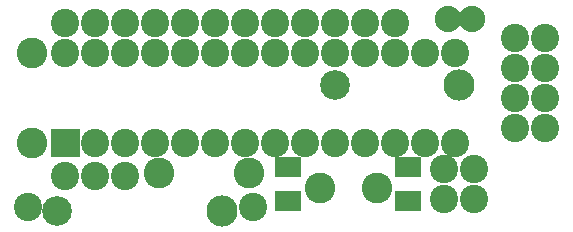
<source format=gbr>
%FSLAX34Y34*%
%MOMM*%
%LNSOLDERMASK_BOTTOM*%
G71*
G01*
%ADD10C, 2.40*%
%ADD11C, 2.40*%
%ADD12C, 2.51*%
%ADD13C, 2.64*%
%ADD14C, 2.60*%
%ADD15C, 2.24*%
%ADD16R, 2.20X1.80*%
%LPD*%
G36*
X41975Y-121350D02*
X65975Y-121350D01*
X65975Y-145350D01*
X41975Y-145350D01*
X41975Y-121350D01*
G37*
X79375Y-133350D02*
G54D10*
D03*
X104775Y-133350D02*
G54D10*
D03*
X130175Y-133350D02*
G54D10*
D03*
X155575Y-133350D02*
G54D10*
D03*
X180975Y-133350D02*
G54D10*
D03*
X206375Y-133350D02*
G54D10*
D03*
X231775Y-133350D02*
G54D10*
D03*
X257175Y-133350D02*
G54D10*
D03*
X282575Y-133350D02*
G54D10*
D03*
X307975Y-133350D02*
G54D10*
D03*
X333375Y-133350D02*
G54D10*
D03*
X358775Y-133350D02*
G54D10*
D03*
X384175Y-133350D02*
G54D10*
D03*
X384175Y-57150D02*
G54D10*
D03*
X358775Y-57150D02*
G54D10*
D03*
X333375Y-57150D02*
G54D10*
D03*
X307975Y-57150D02*
G54D10*
D03*
X282575Y-57150D02*
G54D10*
D03*
X257175Y-57150D02*
G54D10*
D03*
X231775Y-57150D02*
G54D10*
D03*
X206375Y-57150D02*
G54D10*
D03*
X180975Y-57150D02*
G54D10*
D03*
X155575Y-57150D02*
G54D10*
D03*
X130175Y-57150D02*
G54D10*
D03*
X104775Y-57150D02*
G54D10*
D03*
X79375Y-57150D02*
G54D10*
D03*
X53975Y-57150D02*
G54D10*
D03*
X434975Y-120650D02*
G54D11*
D03*
X434975Y-95250D02*
G54D11*
D03*
X434975Y-69850D02*
G54D11*
D03*
X434975Y-44450D02*
G54D11*
D03*
X460375Y-120650D02*
G54D11*
D03*
X460375Y-95250D02*
G54D11*
D03*
X460375Y-69850D02*
G54D11*
D03*
X460375Y-44450D02*
G54D11*
D03*
X333375Y-31750D02*
G54D11*
D03*
X307975Y-31750D02*
G54D11*
D03*
X282417Y-31792D02*
G54D11*
D03*
X257175Y-31750D02*
G54D11*
D03*
X231775Y-31750D02*
G54D11*
D03*
X282248Y-84664D02*
G54D12*
D03*
X387023Y-84664D02*
G54D13*
D03*
X269875Y-171450D02*
G54D14*
D03*
X318275Y-171450D02*
G54D14*
D03*
X104775Y-31750D02*
G54D11*
D03*
X79375Y-31750D02*
G54D11*
D03*
X53817Y-31792D02*
G54D11*
D03*
X155575Y-31750D02*
G54D11*
D03*
X130175Y-31750D02*
G54D11*
D03*
X104617Y-31792D02*
G54D11*
D03*
X231775Y-31750D02*
G54D11*
D03*
X206375Y-31750D02*
G54D11*
D03*
X212725Y-187325D02*
G54D11*
D03*
X104775Y-161131D02*
G54D11*
D03*
X79375Y-161131D02*
G54D11*
D03*
X25400Y-133350D02*
G54D14*
D03*
X25400Y-57150D02*
G54D14*
D03*
X133350Y-158750D02*
G54D14*
D03*
X209550Y-158750D02*
G54D14*
D03*
X397925Y-28575D02*
G54D15*
D03*
X377825Y-28575D02*
G54D15*
D03*
X79375Y-161131D02*
G54D11*
D03*
X53975Y-161131D02*
G54D11*
D03*
X242600Y-154275D02*
G54D16*
D03*
X242600Y-182275D02*
G54D16*
D03*
X344200Y-154275D02*
G54D16*
D03*
X344200Y-182275D02*
G54D16*
D03*
X400042Y-181075D02*
G54D11*
D03*
X374642Y-181075D02*
G54D11*
D03*
X400050Y-155575D02*
G54D11*
D03*
X374650Y-155575D02*
G54D11*
D03*
X47298Y-191026D02*
G54D12*
D03*
X186998Y-191026D02*
G54D13*
D03*
X22225Y-187325D02*
G54D11*
D03*
X206375Y-31750D02*
G54D11*
D03*
X180975Y-31750D02*
G54D11*
D03*
M02*

</source>
